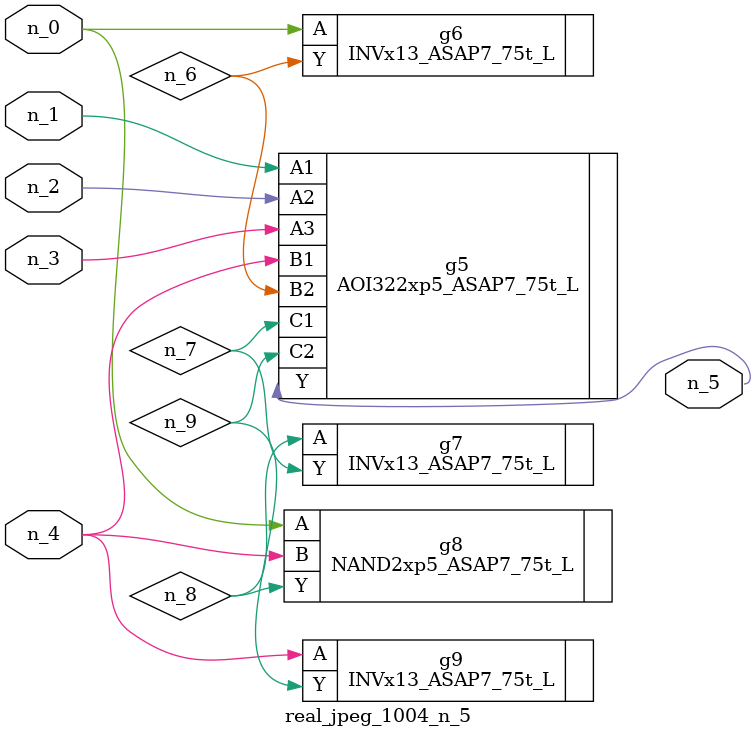
<source format=v>
module real_jpeg_1004_n_5 (n_4, n_0, n_1, n_2, n_3, n_5);

input n_4;
input n_0;
input n_1;
input n_2;
input n_3;

output n_5;

wire n_8;
wire n_6;
wire n_7;
wire n_9;

INVx13_ASAP7_75t_L g6 ( 
.A(n_0),
.Y(n_6)
);

NAND2xp5_ASAP7_75t_L g8 ( 
.A(n_0),
.B(n_4),
.Y(n_8)
);

AOI322xp5_ASAP7_75t_L g5 ( 
.A1(n_1),
.A2(n_2),
.A3(n_3),
.B1(n_4),
.B2(n_6),
.C1(n_7),
.C2(n_9),
.Y(n_5)
);

INVx13_ASAP7_75t_L g9 ( 
.A(n_4),
.Y(n_9)
);

INVx13_ASAP7_75t_L g7 ( 
.A(n_8),
.Y(n_7)
);


endmodule
</source>
